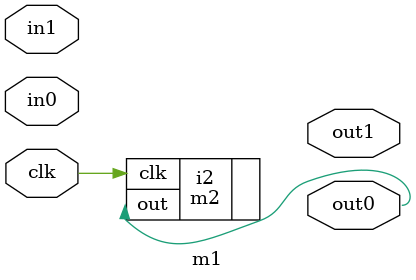
<source format=v>
module m1(
clk,
in0,
in1,
out0,
out1
);

input clk;
input in0;
input in1;
output out0;
output [7:0] out1;

m2 i2(.clk(clk),.out(out0));
endmodule

</source>
